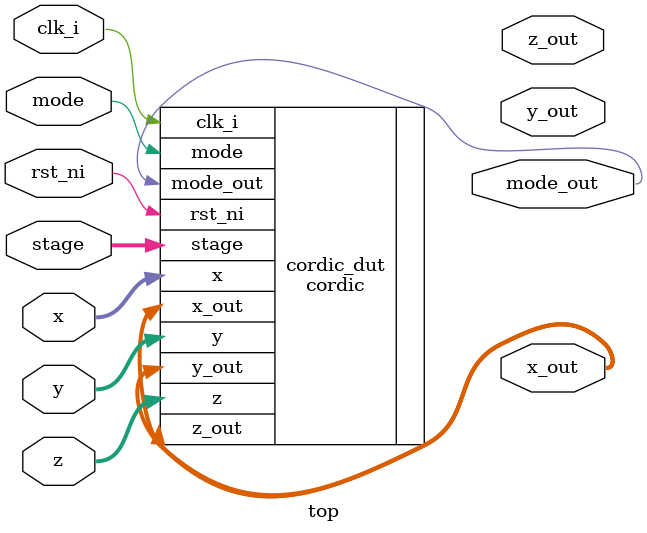
<source format=sv>

`default_nettype none

module top
(
  input  logic        clk_i,
  input  logic        mode,
  input  logic        rst_ni,
  input  logic [4 :0] stage,
  input  logic [31:0] x,
  input  logic [31:0] y,
  input  logic [31:0] z,
  output logic [31:0] x_out,
  output logic [31:0] y_out,
  output logic [31:0] z_out,
  output logic        mode_out
);

  cordic cordic_dut (
    .clk_i(clk_i),
    .mode(mode),
    .rst_ni(rst_ni),
    .stage(stage),
    .x(x),
    .y(y),
    .z(z),
    .x_out(x_out),
    .y_out(x_out),
    .z_out(x_out),
    .mode_out(mode_out)
    );
endmodule : top


</source>
